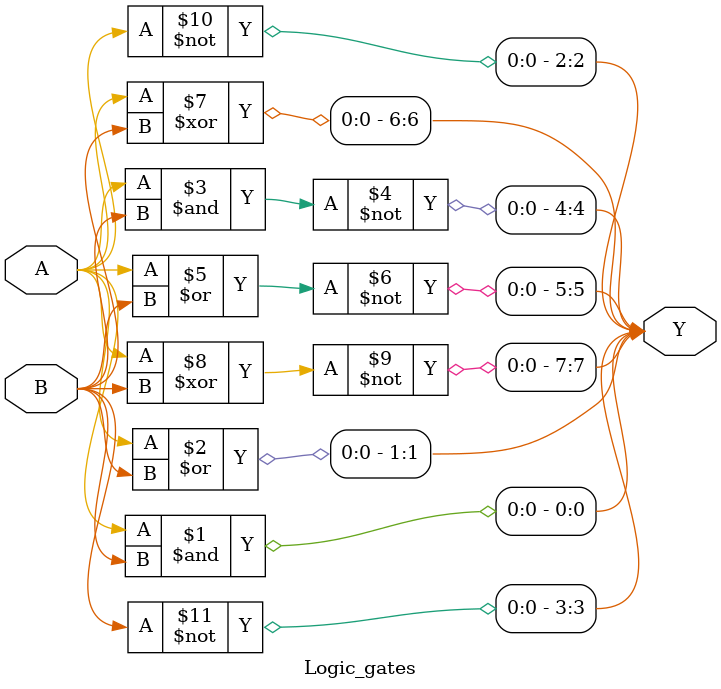
<source format=v>
`timescale 1ns / 1ps


module Logic_gates(A,B,Y);
input A,B;
output [7:0]Y;

//Logic (Gate Level Modelling)

and G1(Y[0],A,B);
or G2(Y[1],A,B);
not G3(Y[2],A);
not G4(Y[3],B);
nand G5(Y[4],A,B);
nor G6(Y[5],A,B);
xor G7(Y[6],A,B);
xnor G8(Y[7],A,B);

endmodule

</source>
